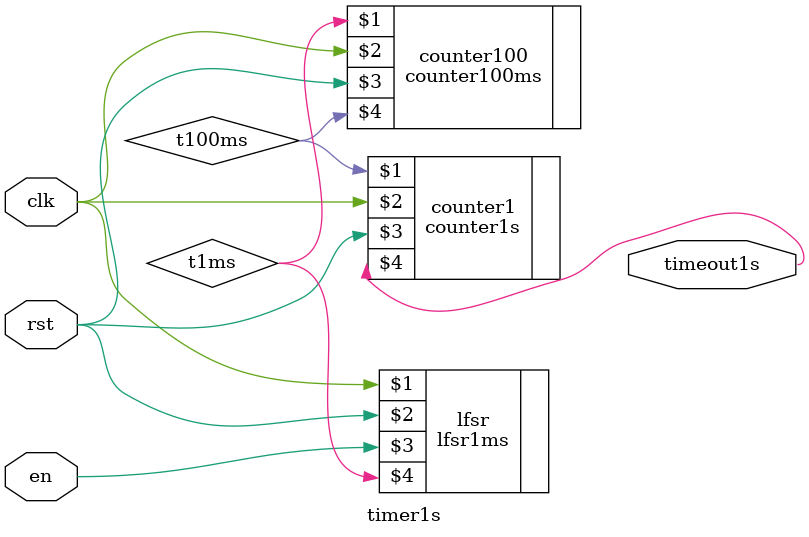
<source format=v>

module timer1s(clk, rst, en, timeout1s);
input clk, rst, en;
output timeout1s;
wire t1ms, t100ms;
lfsr1ms lfsr(clk, rst, en, t1ms);
counter100ms counter100(t1ms, clk, rst, t100ms);
counter1s counter1(t100ms, clk, rst, timeout1s);
endmodule



</source>
